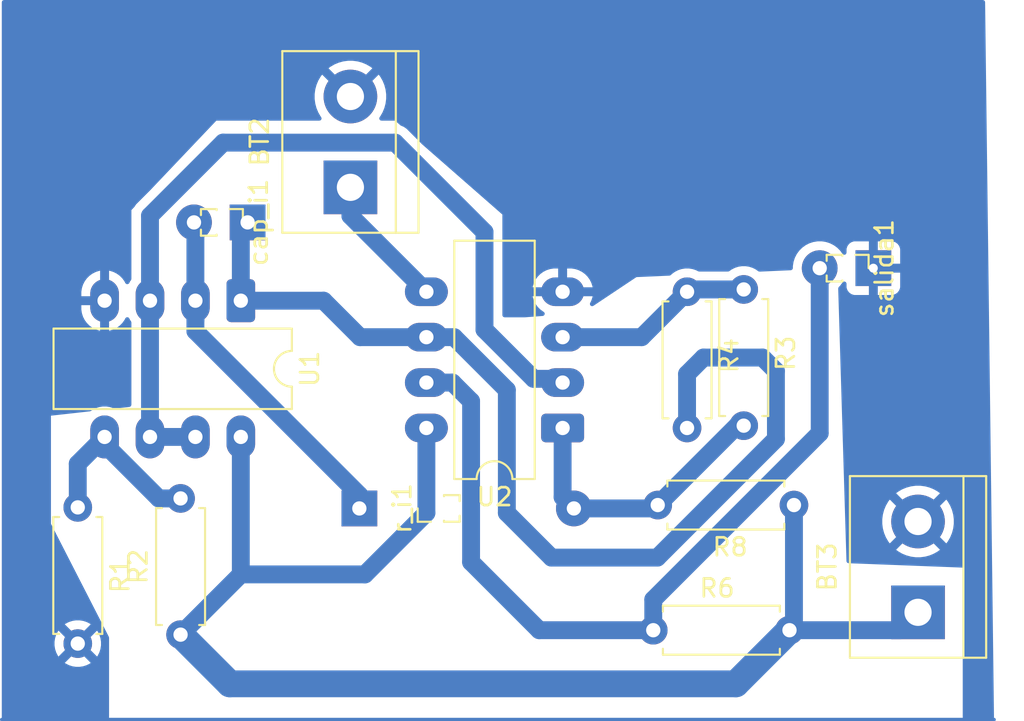
<source format=kicad_pcb>
(kicad_pcb (version 20241229) (generator "pcbnew") (generator_version "9.0")
  (layers (0 "F.Cu" signal) (2 "B.Cu" signal) (13 "F.Paste" user) (15 "B.Paste" user) (5 "F.SilkS" user "F.Silkscreen") (7 "B.SilkS" user "B.Silkscreen") (1 "F.Mask" user) (3 "B.Mask" user) (25 "Edge.Cuts" user))
  (net 0 "")
  (net 1 "Vref")
  (net 2 "GND")
  (net 3 "Net-(BT3-+)")
  (net 4 "Net-(U1A--)")
  (net 5 "Net-(U2B--)")
  (net 6 "Net-(U1B-+)")
  (net 7 "Net-(r_i1-Pin_2)")
  (net 8 "Net-(U2A-+)")
  (net 9 "Net-(salida1-Pin_2)")
  (net 10 "Net-(U1A-+)")
  (footprint "Resistor_THT:R_Axial_DIN0207_L6.3mm_D2.5mm_P7.62mm_Horizontal" (layer "F.Cu") (at 194.31 78 180)
    (property "Reference" "R8" (at 3.57 -2.35 0) (layer "F.SilkS"))
    (property "Value" "R")
    (fp_line (start 7.08 1.37) (end 7.08 1.04) (stroke (width 0.12)) (layer "F.SilkS"))
    (fp_line (start 7.08 -1.37) (end 7.08 -1.04) (stroke (width 0.12)) (layer "F.SilkS"))
    (fp_line (start 0.54 1.37) (end 7.08 1.37) (stroke (width 0.12)) (layer "F.SilkS"))
    (fp_line (start 0.54 1.04) (end 0.54 1.37) (stroke (width 0.12)) (layer "F.SilkS"))
    (fp_line (start 0.54 -1.04) (end 0.54 -1.37) (stroke (width 0.12)) (layer "F.SilkS"))
    (fp_line (start 0.54 -1.37) (end 7.08 -1.37) (stroke (width 0.12)) (layer "F.SilkS"))
    (pad "1" thru_hole circle (at 0 0 180) (size 1.6 1.6) (drill 0.8) (layers "*.Cu" "*.Mask") (net 3 "Net-(BT3-+)"))
    (pad "2" thru_hole circle (at 7.62 0 180) (size 1.6 1.6) (drill 0.8) (layers "*.Cu" "*.Mask") (net 7 "Net-(r_i1-Pin_2)"))
  )
  (footprint "Resistor_THT:R_Axial_DIN0207_L6.3mm_D2.5mm_P7.62mm_Horizontal" (layer "F.Cu") (at 160 85.24934 90)
    (property "Reference" "R2" (at 3.81 -2.37 90) (layer "F.SilkS"))
    (property "Value" "100k")
    (fp_line (start 7.08 -1.37) (end 7.08 -1.04) (stroke (width 0.12)) (layer "F.SilkS"))
    (fp_line (start 0.54 -1.37) (end 7.08 -1.37) (stroke (width 0.12)) (layer "F.SilkS"))
    (fp_line (start 0.54 -1.04) (end 0.54 -1.37) (stroke (width 0.12)) (layer "F.SilkS"))
    (fp_line (start 0.54 1.04) (end 0.54 1.37) (stroke (width 0.12)) (layer "F.SilkS"))
    (fp_line (start 7.08 1.37) (end 7.08 1.04) (stroke (width 0.12)) (layer "F.SilkS"))
    (fp_line (start 0.54 1.37) (end 7.08 1.37) (stroke (width 0.12)) (layer "F.SilkS"))
    (pad "1" thru_hole circle (at 0 0 90) (size 1.6 1.6) (drill 0.8) (layers "*.Cu" "*.Mask") (net 3 "Net-(BT3-+)"))
    (pad "2" thru_hole circle (at 7.62 0 90) (size 1.6 1.6) (drill 0.8) (layers "*.Cu" "*.Mask") (net 6 "Net-(U1B-+)"))
  )
  (footprint "Connector_PinHeader_1.00mm:PinHeader_1x02_P1.00mm_Vertical" (layer "F.Cu") (at 197.75 64.75 -90)
    (property "Reference" "salida1" (at 0 -1.61 90) (layer "F.SilkS"))
    (property "Value" "Conn_01x02_Pin")
    (fp_line (start -0.745 1.61) (end -0.41003 1.61) (stroke (width 0.12)) (layer "F.SilkS"))
    (fp_line (start 0.41003 1.61) (end 0.745 1.61) (stroke (width 0.12)) (layer "F.SilkS"))
    (fp_line (start -0.745 0.735) (end -0.745 1.61) (stroke (width 0.12)) (layer "F.SilkS"))
    (fp_line (start -0.745 0.735) (end -0.685565 0.735) (stroke (width 0.12)) (layer "F.SilkS"))
    (fp_line (start 0.685565 0.735) (end 0.745 0.735) (stroke (width 0.12)) (layer "F.SilkS"))
    (fp_line (start 0.745 0.735) (end 0.745 1.61) (stroke (width 0.12)) (layer "F.SilkS"))
    (fp_line (start -0.745 0) (end -0.745 -0.735) (stroke (width 0.12)) (layer "F.SilkS"))
    (fp_line (start -0.745 -0.735) (end 0 -0.735) (stroke (width 0.12)) (layer "F.SilkS"))
    (pad "1" thru_hole rect (at 0 -1 270) (size 2 2) (drill 0.5) (layers "*.Cu" "*.Mask") (net 2 "GND"))
    (pad "2" thru_hole circle (at 0 2 270) (size 2 2) (drill 0.8) (layers "*.Cu" "*.Mask") (net 9 "Net-(salida1-Pin_2)"))
  )
  (footprint "Package_DIP:CERDIP-8_W7.62mm_SideBrazed_LongPads" (layer "F.Cu") (at 163.37 66.56934 -90)
    (property "Reference" "U1" (at 3.81 -3.855 90) (layer "F.SilkS"))
    (property "Value" "TL072")
    (fp_line (start 1.56 10.475) (end 6.06 10.475) (stroke (width 0.12)) (layer "F.SilkS"))
    (fp_line (start 6.06 10.475) (end 6.06 -2.855) (stroke (width 0.12)) (layer "F.SilkS"))
    (fp_line (start 1.56 -2.855) (end 1.56 10.475) (stroke (width 0.12)) (layer "F.SilkS"))
    (fp_line (start 2.81 -2.855) (end 1.56 -2.855) (stroke (width 0.12)) (layer "F.SilkS"))
    (fp_line (start 6.06 -2.855) (end 4.81 -2.855) (stroke (width 0.12)) (layer "F.SilkS"))
    (fp_arc (start 4.81 -2.855) (mid 3.81 -1.855) (end 2.81 -2.855) (stroke (width 0.12)) (layer "F.SilkS"))
    (pad "1" thru_hole roundrect (at 0 0 270) (size 2.4 1.6) (drill 0.8) (layers "*.Cu" "*.Mask") (roundrect_rratio 0.15625) (net 5 "Net-(U2B--)"))
    (pad "2" thru_hole oval (at 0 2.54 270) (size 2.4 1.6) (drill 0.8) (layers "*.Cu" "*.Mask") (net 4 "Net-(U1A--)"))
    (pad "3" thru_hole oval (at 0 5.08 270) (size 2.4 1.6) (drill 0.8) (layers "*.Cu" "*.Mask") (net 10 "Net-(U1A-+)"))
    (pad "4" thru_hole oval (at 0 7.62 270) (size 2.4 1.6) (drill 0.8) (layers "*.Cu" "*.Mask") (net 2 "GND"))
    (pad "5" thru_hole oval (at 7.62 7.62 270) (size 2.4 1.6) (drill 0.8) (layers "*.Cu" "*.Mask") (net 6 "Net-(U1B-+)"))
    (pad "6" thru_hole oval (at 7.62 5.08 270) (size 2.4 1.6) (drill 0.8) (layers "*.Cu" "*.Mask") (net 10 "Net-(U1A-+)"))
    (pad "7" thru_hole oval (at 7.62 2.54 270) (size 2.4 1.6) (drill 0.8) (layers "*.Cu" "*.Mask") (net 10 "Net-(U1A-+)"))
    (pad "8" thru_hole oval (at 7.62 0 270) (size 2.4 1.6) (drill 0.8) (layers "*.Cu" "*.Mask") (net 3 "Net-(BT3-+)"))
  )
  (footprint "Resistor_THT:R_Axial_DIN0207_L6.3mm_D2.5mm_P7.62mm_Horizontal" (layer "F.Cu") (at 154.25 78.12934 -90)
    (property "Reference" "R1" (at 3.81 -2.37 90) (layer "F.SilkS"))
    (property "Value" "R")
    (fp_line (start 0.54 1.37) (end 7.08 1.37) (stroke (width 0.12)) (layer "F.SilkS"))
    (fp_line (start 7.08 1.37) (end 7.08 1.04) (stroke (width 0.12)) (layer "F.SilkS"))
    (fp_line (start 0.54 1.04) (end 0.54 1.37) (stroke (width 0.12)) (layer "F.SilkS"))
    (fp_line (start 0.54 -1.04) (end 0.54 -1.37) (stroke (width 0.12)) (layer "F.SilkS"))
    (fp_line (start 0.54 -1.37) (end 7.08 -1.37) (stroke (width 0.12)) (layer "F.SilkS"))
    (fp_line (start 7.08 -1.37) (end 7.08 -1.04) (stroke (width 0.12)) (layer "F.SilkS"))
    (pad "1" thru_hole circle (at 0 0 270) (size 1.6 1.6) (drill 0.8) (layers "*.Cu" "*.Mask") (net 6 "Net-(U1B-+)"))
    (pad "2" thru_hole circle (at 7.62 0 270) (size 1.6 1.6) (drill 0.8) (layers "*.Cu" "*.Mask") (net 2 "GND"))
  )
  (footprint "Resistor_THT:R_Axial_DIN0207_L6.3mm_D2.5mm_P7.62mm_Horizontal" (layer "F.Cu") (at 191.5 65.94 -90)
    (property "Reference" "R3" (at 3.57 -2.35 90) (layer "F.SilkS"))
    (property "Value" "50k")
    (fp_line (start 0.54 1.37) (end 7.08 1.37) (stroke (width 0.12)) (layer "F.SilkS"))
    (fp_line (start 7.08 1.37) (end 7.08 1.04) (stroke (width 0.12)) (layer "F.SilkS"))
    (fp_line (start 0.54 1.04) (end 0.54 1.37) (stroke (width 0.12)) (layer "F.SilkS"))
    (fp_line (start 0.54 -1.04) (end 0.54 -1.37) (stroke (width 0.12)) (layer "F.SilkS"))
    (fp_line (start 0.54 -1.37) (end 7.08 -1.37) (stroke (width 0.12)) (layer "F.SilkS"))
    (fp_line (start 7.08 -1.37) (end 7.08 -1.04) (stroke (width 0.12)) (layer "F.SilkS"))
    (pad "1" thru_hole circle (at 0 0 270) (size 1.6 1.6) (drill 0.8) (layers "*.Cu" "*.Mask") (net 8 "Net-(U2A-+)"))
    (pad "2" thru_hole circle (at 7.62 0 270) (size 1.6 1.6) (drill 0.8) (layers "*.Cu" "*.Mask") (net 7 "Net-(r_i1-Pin_2)"))
  )
  (footprint "TerminalBlock:TerminalBlock_bornier-2_P5.08mm" (layer "F.Cu") (at 169.5 60.22934 90)
    (property "Reference" "BT2" (at 2.54 -5.08 90) (layer "F.SilkS"))
    (property "Value" "Battery")
    (fp_line (start 7.62 -3.81) (end -2.54 -3.81) (stroke (width 0.12)) (layer "F.SilkS"))
    (fp_line (start -2.54 -3.81) (end -2.54 3.81) (stroke (width 0.12)) (layer "F.SilkS"))
    (fp_line (start 7.62 2.54) (end -2.54 2.54) (stroke (width 0.12)) (layer "F.SilkS"))
    (fp_line (start 7.62 3.81) (end 7.62 -3.81) (stroke (width 0.12)) (layer "F.SilkS"))
    (fp_line (start -2.54 3.81) (end 7.62 3.81) (stroke (width 0.12)) (layer "F.SilkS"))
    (pad "1" thru_hole rect (at 0 0 90) (size 3 3) (drill 1.52) (layers "*.Cu" "*.Mask") (net 1 "Vref"))
    (pad "2" thru_hole circle (at 5.08 0 90) (size 3 3) (drill 1.52) (layers "*.Cu" "*.Mask") (net 2 "GND"))
  )
  (footprint "Resistor_THT:R_Axial_DIN0207_L6.3mm_D2.5mm_P7.62mm_Horizontal" (layer "F.Cu") (at 188.33 66.06868 -90)
    (property "Reference" "R4" (at 3.57 -2.35 90) (layer "F.SilkS"))
    (property "Value" "47k")
    (fp_line (start 0.54 1.37) (end 7.08 1.37) (stroke (width 0.12)) (layer "F.SilkS"))
    (fp_line (start 7.08 1.37) (end 7.08 1.04) (stroke (width 0.12)) (layer "F.SilkS"))
    (fp_line (start 0.54 1.04) (end 0.54 1.37) (stroke (width 0.12)) (layer "F.SilkS"))
    (fp_line (start 0.54 -1.04) (end 0.54 -1.37) (stroke (width 0.12)) (layer "F.SilkS"))
    (fp_line (start 0.54 -1.37) (end 7.08 -1.37) (stroke (width 0.12)) (layer "F.SilkS"))
    (fp_line (start 7.08 -1.37) (end 7.08 -1.04) (stroke (width 0.12)) (layer "F.SilkS"))
    (pad "1" thru_hole circle (at 0 0 270) (size 1.6 1.6) (drill 0.8) (layers "*.Cu" "*.Mask") (net 8 "Net-(U2A-+)"))
    (pad "2" thru_hole circle (at 7.62 0 270) (size 1.6 1.6) (drill 0.8) (layers "*.Cu" "*.Mask") (net 5 "Net-(U2B--)"))
  )
  (footprint "Package_DIP:CERDIP-8_W7.62mm_SideBrazed_LongPads" (layer "F.Cu") (at 181.37 73.68934 180)
    (property "Reference" "U2" (at 3.81 -3.855 0) (layer "F.SilkS"))
    (property "Value" "LM393")
    (fp_line (start 6.06 10.475) (end 6.06 -2.855) (stroke (width 0.12)) (layer "F.SilkS"))
    (fp_line (start 6.06 -2.855) (end 4.81 -2.855) (stroke (width 0.12)) (layer "F.SilkS"))
    (fp_line (start 2.81 -2.855) (end 1.56 -2.855) (stroke (width 0.12)) (layer "F.SilkS"))
    (fp_line (start 1.56 10.475) (end 6.06 10.475) (stroke (width 0.12)) (layer "F.SilkS"))
    (fp_line (start 1.56 -2.855) (end 1.56 10.475) (stroke (width 0.12)) (layer "F.SilkS"))
    (fp_arc (start 4.81 -2.855) (mid 3.81 -1.855) (end 2.81 -2.855) (stroke (width 0.12)) (layer "F.SilkS"))
    (pad "1" thru_hole roundrect (at 0 0 180) (size 2.4 1.6) (drill 0.8) (layers "*.Cu" "*.Mask") (roundrect_rratio 0.15625) (net 7 "Net-(r_i1-Pin_2)"))
    (pad "2" thru_hole oval (at 0 2.54 180) (size 2.4 1.6) (drill 0.8) (layers "*.Cu" "*.Mask") (net 10 "Net-(U1A-+)"))
    (pad "3" thru_hole oval (at 0 5.08 180) (size 2.4 1.6) (drill 0.8) (layers "*.Cu" "*.Mask") (net 8 "Net-(U2A-+)"))
    (pad "4" thru_hole oval (at 0 7.62 180) (size 2.4 1.6) (drill 0.8) (layers "*.Cu" "*.Mask") (net 2 "GND"))
    (pad "5" thru_hole oval (at 7.62 7.62 180) (size 2.4 1.6) (drill 0.8) (layers "*.Cu" "*.Mask") (net 1 "Vref"))
    (pad "6" thru_hole oval (at 7.62 5.08 180) (size 2.4 1.6) (drill 0.8) (layers "*.Cu" "*.Mask") (net 5 "Net-(U2B--)"))
    (pad "7" thru_hole oval (at 7.62 2.54 180) (size 2.4 1.6) (drill 0.8) (layers "*.Cu" "*.Mask") (net 9 "Net-(salida1-Pin_2)"))
    (pad "8" thru_hole oval (at 7.62 0 180) (size 2.4 1.6) (drill 0.8) (layers "*.Cu" "*.Mask") (net 3 "Net-(BT3-+)"))
  )
  (footprint "TerminalBlock:TerminalBlock_bornier-2_P5.08mm" (layer "F.Cu") (at 201.25 84 90)
    (property "Reference" "BT3" (at 2.54 -5.08 90) (layer "F.SilkS"))
    (property "Value" "Battery")
    (fp_line (start 7.62 -3.81) (end -2.54 -3.81) (stroke (width 0.12)) (layer "F.SilkS"))
    (fp_line (start -2.54 -3.81) (end -2.54 3.81) (stroke (width 0.12)) (layer "F.SilkS"))
    (fp_line (start 7.62 2.54) (end -2.54 2.54) (stroke (width 0.12)) (layer "F.SilkS"))
    (fp_line (start 7.62 3.81) (end 7.62 -3.81) (stroke (width 0.12)) (layer "F.SilkS"))
    (fp_line (start -2.54 3.81) (end 7.62 3.81) (stroke (width 0.12)) (layer "F.SilkS"))
    (pad "1" thru_hole rect (at 0 0 90) (size 3 3) (drill 1.52) (layers "*.Cu" "*.Mask") (net 3 "Net-(BT3-+)"))
    (pad "2" thru_hole circle (at 5.08 0 90) (size 3 3) (drill 1.52) (layers "*.Cu" "*.Mask") (net 2 "GND"))
  )
  (footprint "Connector_PinHeader_1.00mm:PinHeader_1x02_P1.00mm_Vertical" (layer "F.Cu") (at 174 78.18934 90)
    (property "Reference" "r_i1" (at 0 -1.61 90) (layer "F.SilkS"))
    (property "Value" "Conn_01x02_Pin")
    (fp_line (start -0.745 -0.735) (end 0 -0.735) (stroke (width 0.12)) (layer "F.SilkS"))
    (fp_line (start -0.745 0) (end -0.745 -0.735) (stroke (width 0.12)) (layer "F.SilkS"))
    (fp_line (start 0.745 0.735) (end 0.745 1.61) (stroke (width 0.12)) (layer "F.SilkS"))
    (fp_line (start 0.685565 0.735) (end 0.745 0.735) (stroke (width 0.12)) (layer "F.SilkS"))
    (fp_line (start -0.745 0.735) (end -0.685565 0.735) (stroke (width 0.12)) (layer "F.SilkS"))
    (fp_line (start -0.745 0.735) (end -0.745 1.61) (stroke (width 0.12)) (layer "F.SilkS"))
    (fp_line (start 0.41003 1.61) (end 0.745 1.61) (stroke (width 0.12)) (layer "F.SilkS"))
    (fp_line (start -0.745 1.61) (end -0.41003 1.61) (stroke (width 0.12)) (layer "F.SilkS"))
    (pad "1" thru_hole rect (at 0 -4 90) (size 2 2) (drill 0.8) (layers "*.Cu" "*.Mask" "Eco2.User") (net 4 "Net-(U1A--)"))
    (pad "2" thru_hole circle (at 0 8 90) (size 2 2) (drill 0.8) (layers "*.Cu" "*.Mask") (net 7 "Net-(r_i1-Pin_2)"))
  )
  (footprint "Resistor_THT:R_Axial_DIN0207_L6.3mm_D2.5mm_P7.62mm_Horizontal" (layer "F.Cu") (at 186.44 85)
    (property "Reference" "R6" (at 3.57 -2.35 0) (layer "F.SilkS"))
    (property "Value" "1k")
    (fp_line (start 0.54 -1.37) (end 7.08 -1.37) (stroke (width 0.12)) (layer "F.SilkS"))
    (fp_line (start 0.54 -1.04) (end 0.54 -1.37) (stroke (width 0.12)) (layer "F.SilkS"))
    (fp_line (start 0.54 1.04) (end 0.54 1.37) (stroke (width 0.12)) (layer "F.SilkS"))
    (fp_line (start 0.54 1.37) (end 7.08 1.37) (stroke (width 0.12)) (layer "F.SilkS"))
    (fp_line (start 7.08 -1.37) (end 7.08 -1.04) (stroke (width 0.12)) (layer "F.SilkS"))
    (fp_line (start 7.08 1.37) (end 7.08 1.04) (stroke (width 0.12)) (layer "F.SilkS"))
    (pad "1" thru_hole circle (at 0 0) (size 1.6 1.6) (drill 0.8) (layers "*.Cu" "*.Mask") (net 9 "Net-(salida1-Pin_2)"))
    (pad "2" thru_hole circle (at 7.62 0) (size 1.6 1.6) (drill 0.8) (layers "*.Cu" "*.Mask") (net 3 "Net-(BT3-+)"))
  )
  (footprint "Connector_PinHeader_1.00mm:PinHeader_1x02_P1.00mm_Vertical" (layer "F.Cu") (at 162.75 62.18934 -90)
    (property "Reference" "cap_i1" (at 0 -1.61 90) (layer "F.SilkS"))
    (property "Value" "Conn_01x02_Pin")
    (fp_line (start -0.745 1.61) (end -0.41003 1.61) (stroke (width 0.12)) (layer "F.SilkS"))
    (fp_line (start 0.41003 1.61) (end 0.745 1.61) (stroke (width 0.12)) (layer "F.SilkS"))
    (fp_line (start -0.745 0.735) (end -0.745 1.61) (stroke (width 0.12)) (layer "F.SilkS"))
    (fp_line (start -0.745 0.735) (end -0.685565 0.735) (stroke (width 0.12)) (layer "F.SilkS"))
    (fp_line (start 0.685565 0.735) (end 0.745 0.735) (stroke (width 0.12)) (layer "F.SilkS"))
    (fp_line (start 0.745 0.735) (end 0.745 1.61) (stroke (width 0.12)) (layer "F.SilkS"))
    (fp_line (start -0.745 0) (end -0.745 -0.735) (stroke (width 0.12)) (layer "F.SilkS"))
    (fp_line (start -0.745 -0.735) (end 0 -0.735) (stroke (width 0.12)) (layer "F.SilkS"))
    (pad "1" thru_hole rect (at 0 -1 270) (size 2 2) (drill 0.8) (layers "*.Cu" "*.Mask") (net 5 "Net-(U2B--)"))
    (pad "2" thru_hole circle (at 0 2 270) (size 2 2) (drill 0.8) (layers "*.Cu" "*.Mask") (net 4 "Net-(U1A--)"))
  )
  (gr_line (start 150 90) (end 205.5 90) (stroke (width 0.2)) (layer "B.Cu"))
  (segment (start 169.5 61.81934) (end 173.75 66.06934) (width 1) (layer "B.Cu") (net 1))
  (segment (start 169.5 60.22934) (end 169.5 61.81934) (width 1) (layer "B.Cu") (net 1))
  (segment (start 173.75 73.68934) (end 173.75 78.44134) (width 1) (layer "B.Cu") (net 3))
  (segment (start 170.312 81.87934) (end 163.37 81.87934) (width 1) (layer "B.Cu") (net 3))
  (segment (start 194.06 85) (end 200.25 85) (width 1) (layer "B.Cu") (net 3))
  (segment (start 163.37 81.87934) (end 160 85.24934) (width 1) (layer "B.Cu") (net 3))
  (segment (start 194.06 85) (end 191.06 88) (width 1.5) (layer "B.Cu") (net 3))
  (segment (start 163.37 74.18934) (end 163.37 81.87934) (width 1) (layer "B.Cu") (net 3))
  (segment (start 191.06 88) (end 162.75066 88) (width 1.5) (layer "B.Cu") (net 3))
  (segment (start 173.75 78.44134) (end 170.312 81.87934) (width 1) (layer "B.Cu") (net 3))
  (segment (start 162.75066 88) (end 160 85.24934) (width 1.5) (layer "B.Cu") (net 3))
  (segment (start 194.31 78) (end 194.31 84.75) (width 1) (layer "B.Cu") (net 3))
  (segment (start 194.31 84.75) (end 194.06 85) (width 1) (layer "B.Cu") (net 3))
  (segment (start 160.83 67.64934) (end 160.83 66.56934) (width 1) (layer "B.Cu") (net 4))
  (segment (start 160.83 66.56934) (end 160.83 62.26934) (width 1) (layer "B.Cu") (net 4))
  (segment (start 160.83 62.26934) (end 160.75 62.18934) (width 1) (layer "B.Cu") (net 4))
  (segment (start 170 78.18934) (end 170 77.43934) (width 1) (layer "B.Cu") (net 4))
  (segment (start 170 77.43934) (end 160.83 68.26934) (width 1) (layer "B.Cu") (net 4))
  (segment (start 160.83 68.26934) (end 160.83 66.56934) (width 1) (layer "B.Cu") (net 4))
  (segment (start 188.33 70.67) (end 189.25 69.75) (width 1) (layer "B.Cu") (net 5))
  (segment (start 193.301 74.305999) (end 186.667659 80.93934) (width 1) (layer "B.Cu") (net 5))
  (segment (start 175.29868 68.60934) (end 173.75 68.60934) (width 1) (layer "B.Cu") (net 5))
  (segment (start 189.25 69.75) (end 192.551 69.75) (width 1) (layer "B.Cu") (net 5))
  (segment (start 163.37 66.56934) (end 168 66.56934) (width 1) (layer "B.Cu") (net 5))
  (segment (start 168 66.56934) (end 170.04 68.60934) (width 1) (layer "B.Cu") (net 5))
  (segment (start 170.04 68.60934) (end 173.75 68.60934) (width 1) (layer "B.Cu") (net 5))
  (segment (start 186.667659 80.93934) (end 180.75 80.93934) (width 1) (layer "B.Cu") (net 5))
  (segment (start 178.25 71.56066) (end 175.29868 68.60934) (width 1) (layer "B.Cu") (net 5))
  (segment (start 188.33 73.68868) (end 188.33 70.67) (width 1) (layer "B.Cu") (net 5))
  (segment (start 178.25 78.43934) (end 178.25 71.56066) (width 1) (layer "B.Cu") (net 5))
  (segment (start 163.37 66.56934) (end 163.37 62.56934) (width 1) (layer "B.Cu") (net 5))
  (segment (start 193.301 70.5) (end 193.301 74.305999) (width 1) (layer "B.Cu") (net 5))
  (segment (start 192.551 69.75) (end 193.301 70.5) (width 1) (layer "B.Cu") (net 5))
  (segment (start 163.37 62.56934) (end 163.75 62.18934) (width 1) (layer "B.Cu") (net 5))
  (segment (start 180.75 80.93934) (end 178.25 78.43934) (width 1) (layer "B.Cu") (net 5))
  (segment (start 155.75 74.18934) (end 154.25 75.68934) (width 1) (layer "B.Cu") (net 6))
  (segment (start 154.25 75.68934) (end 154.25 78.12934) (width 1) (layer "B.Cu") (net 6))
  (segment (start 155.75 74.596339) (end 158.783001 77.62934) (width 1) (layer "B.Cu") (net 6))
  (segment (start 155.75 74.18934) (end 155.75 74.596339) (width 1) (layer "B.Cu") (net 6))
  (segment (start 158.783001 77.62934) (end 160 77.62934) (width 1) (layer "B.Cu") (net 6))
  (segment (start 182 78.18934) (end 186.50066 78.18934) (width 1) (layer "B.Cu") (net 7))
  (segment (start 191.13 73.56) (end 186.69 78) (width 1) (layer "B.Cu") (net 7))
  (segment (start 181.37 77.55934) (end 182 78.18934) (width 1) (layer "B.Cu") (net 7))
  (segment (start 181.37 73.68934) (end 181.37 77.55934) (width 1) (layer "B.Cu") (net 7))
  (segment (start 186.50066 78.18934) (end 186.69 78) (width 1) (layer "B.Cu") (net 7))
  (segment (start 191.5 73.56) (end 191.13 73.56) (width 1) (layer "B.Cu") (net 7))
  (segment (start 181.37 68.60934) (end 185.78934 68.60934) (width 1) (layer "B.Cu") (net 8))
  (segment (start 185.78934 68.60934) (end 188.33 66.06868) (width 1) (layer "B.Cu") (net 8))
  (segment (start 188.5 65.94) (end 191.5 65.94) (width 1) (layer "B.Cu") (net 8))
  (segment (start 186.44 85) (end 186.44 83.288318) (width 1) (layer "B.Cu") (net 9))
  (segment (start 180.06066 85) (end 186.44 85) (width 1) (layer "B.Cu") (net 9))
  (segment (start 195.75 73.978318) (end 195.75 64.75) (width 1) (layer "B.Cu") (net 9))
  (segment (start 176.25 81.18934) (end 180.06066 85) (width 1) (layer "B.Cu") (net 9))
  (segment (start 175.21 71.14934) (end 176.25 72.18934) (width 1) (layer "B.Cu") (net 9))
  (segment (start 173.75 71.14934) (end 175.21 71.14934) (width 1) (layer "B.Cu") (net 9))
  (segment (start 186.44 83.288318) (end 195.75 73.978318) (width 1) (layer "B.Cu") (net 9))
  (segment (start 176.25 72.18934) (end 176.25 81.18934) (width 1) (layer "B.Cu") (net 9))
  (segment (start 181.37 71.14934) (end 181.37 70.85834) (width 1) (layer "B.Cu") (net 10))
  (segment (start 181.289 70.93934) (end 179.75 70.93934) (width 1) (layer "B.Cu") (net 10))
  (segment (start 158.29 61.819498) (end 158.29 66.56934) (width 1) (layer "B.Cu") (net 10))
  (segment (start 177 62.72734) (end 172.001 57.72834) (width 1) (layer "B.Cu") (net 10))
  (segment (start 172.001 57.72834) (end 162.381158 57.72834) (width 1) (layer "B.Cu") (net 10))
  (segment (start 179.75 70.93934) (end 177 68.18934) (width 1) (layer "B.Cu") (net 10))
  (segment (start 158.29 74.18934) (end 158.29 66.56934) (width 1) (layer "B.Cu") (net 10))
  (segment (start 177 68.18934) (end 177 62.72734) (width 1) (layer "B.Cu") (net 10))
  (segment (start 181.37 70.85834) (end 181.289 70.93934) (width 1) (layer "B.Cu") (net 10))
  (segment (start 162.381158 57.72834) (end 158.29 61.819498) (width 1) (layer "B.Cu") (net 10))
  (segment (start 160.83 74.18934) (end 158.29 74.18934) (width 1) (layer "B.Cu") (net 10))
  (zone (net 2) (net_name "GND") (layer "B.Cu") (connect_pads (clearance 0.5)) (min_thickness 0.25) (fill yes (thermal_gap 0.5) (thermal_bridge_width 0.5))
    (polygon (pts (xy 150 49.75) (xy 205 49.75) (xy 205.5 90) (xy 203.75 90) (xy 203.75 81.5) (xy 197.25 81.25) (xy 196.75 64.75) (xy 185.5 65.25) (xy 182.5 67.25) (xy 179.25 67.5) (xy 178 67.5) (xy 178 61.75) (xy 172 56.5) (xy 162 56.5) (xy 157.25 61.5) (xy 157.25 72.5) (xy 152.75 73) (xy 152.75 79.047336) (xy 156 85.393495) (xy 156 90) (xy 150 90) (xy 150 89)))
  )
)
</source>
